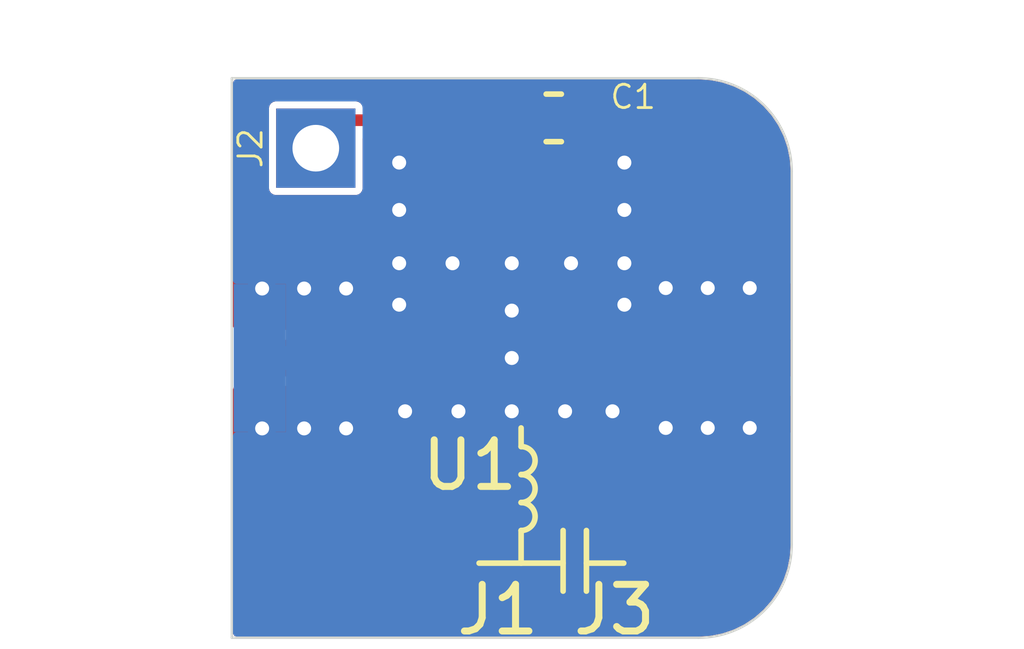
<source format=kicad_pcb>
(kicad_pcb (version 20221018) (generator pcbnew)
  (layers (0 "F.Cu" signal) (31 "B.Cu" signal) (34 "B.Paste" user) (35 "F.Paste" user) (36 "B.SilkS" user "B.Silkscreen") (37 "F.SilkS" user "F.Silkscreen") (38 "B.Mask" user) (39 "F.Mask" user) (44 "Edge.Cuts" user))
  (net 0 "")
  (net 1 "Net-(J1-Pad1)")
  (net 2 "Net-(J3-Pad1)")
  (net 3 "Net-(C1-Pad1)")
  (net 4 "Net-(C1-Pad2)")
  (footprint "my_rf:44mil_microstrip" (layer "F.Cu") (at -5.4 0)
    (fp_text reference "J1" (at 5.1 5.4) (layer "F.SilkS"))
    (fp_text value "Conn_Coaxial")
    (pad "1" smd rect (at -0.1524 0) (size 0.7874 0.7874) (layers "F.Cu" "F.Mask") (net 1 "Net-(J1-Pad1)"))
    (pad "2" smd rect (at 0 0) (size 1.1176 3.175) (layers "B.Cu" "B.Mask") (net 4 "Net-(C1-Pad2)"))
  )
  (footprint "my_rf:cpw_31_trace_16p5_gap" (layer "F.Cu") (at 5.6 0)
    (fp_text reference "J3" (at -3.4 5.4) (layer "F.SilkS"))
    (fp_text value "Conn_Coaxial")
    (pad "1" smd rect (at 0 0) (size 0.7874 0.7874) (layers "F.Cu" "F.Mask") (net 2 "Net-(J3-Pad1)"))
    (pad "2" smd rect (at 0 -1.2065) (size 0.7874 0.7874) (layers "F.Cu") (net 4 "Net-(C1-Pad2)"))
    (pad "2" smd rect (at 0 1.2065) (size 0.7874 0.7874) (layers "F.Cu") (net 4 "Net-(C1-Pad2)"))
  )
  (footprint "my_rf:mini_circuits_gu1414" (layer "F.Cu") (at 0 -2.032)
    (fp_text reference "U1" (at -0.9 4.332) (layer "F.SilkS"))
    (fp_text value "bias_T")
    (pad "" smd rect (at -1.27 -1.6129) (size 0.7874 1.6764) (layers "F.Cu" "F.Paste"))
    (pad "1" smd custom (at -1.27 1.6129) (size 0.7874 1.6764) (layers "F.Cu") (net 1 "Net-(J1-Pad1)") (options (clearance outline) (anchor rect)) (primitives (gr_poly (pts (xy -0.3937 0.4572) (xy -1.0287 0.4572) (xy -1.0287 0.0508) (xy -0.3937 0.0508)) (width 0) (fill yes)) (gr_poly (pts (xy -1.0287 0.8128) (xy -1.524 0.8128) (xy -1.524 0.0508) (xy -1.0287 0.0508)) (width 0) (fill yes))))
    (pad "2" smd custom (at 1.27 1.6002) (size 0.7874 1.6764) (layers "F.Cu") (net 2 "Net-(J3-Pad1)") (options (clearance outline) (anchor rect)) (primitives (gr_poly (pts (xy 1.0287 0.4572) (xy 0.3937 0.4572) (xy 0.3937 0.0508) (xy 1.0287 0.0508)) (width 0) (fill yes)) (gr_poly (pts (xy 1.524 0.8128) (xy 1.0287 0.8128) (xy 1.0287 0.0508) (xy 1.524 0.0508)) (width 0) (fill yes))))
    (pad "3" smd rect (at 0.635 -1.6129) (size 2.0574 1.6764) (layers "F.Cu") (net 3 "Net-(C1-Pad1)"))
    (pad "4" thru_hole circle (at -2.413 -2.159) (size 0.6 0.6) (drill 0.3) (layers "*.Cu") (net 4 "Net-(C1-Pad2)"))
    (pad "4" thru_hole circle (at -2.413 -1.143) (size 0.6 0.6) (drill 0.3) (layers "*.Cu") (net 4 "Net-(C1-Pad2)"))
    (pad "4" thru_hole circle (at -2.413 0) (size 0.6 0.6) (drill 0.3) (layers "*.Cu") (net 4 "Net-(C1-Pad2)"))
    (pad "4" thru_hole circle (at -2.413 0.889) (size 0.6 0.6) (drill 0.3) (layers "*.Cu") (net 4 "Net-(C1-Pad2)"))
    (pad "4" thru_hole circle (at -2.286 3.175) (size 0.6 0.6) (drill 0.3) (layers "*.Cu") (net 4 "Net-(C1-Pad2)"))
    (pad "4" thru_hole circle (at -1.27 0) (size 0.6 0.6) (drill 0.3) (layers "*.Cu") (net 4 "Net-(C1-Pad2)"))
    (pad "4" thru_hole circle (at -1.143 3.175) (size 0.6 0.6) (drill 0.3) (layers "*.Cu") (net 4 "Net-(C1-Pad2)"))
    (pad "4" thru_hole circle (at 0 0) (size 0.6 0.6) (drill 0.3) (layers "*.Cu") (net 4 "Net-(C1-Pad2)"))
    (pad "4" smd custom (at 0 0) (size 4.0386 0.6858) (layers "F.Cu") (net 4 "Net-(C1-Pad2)") (options (clearance outline) (anchor rect)) (primitives (gr_poly (pts (xy 0.3429 3.175) (xy -0.3429 3.175) (xy -0.3429 0) (xy 0.3429 0)) (width 0) (fill yes)) (gr_poly (pts (xy 2.7051 1.2319) (xy 2.0193 1.2319) (xy 2.0193 -2.4511) (xy 2.7051 -2.4511)) (width 0) (fill yes)) (gr_poly (pts (xy 2.6289 2.8575) (xy 2.6289 3.5433) (xy -2.7051 3.5433) (xy -2.7051 2.8575)) (width 0) (fill yes)) (gr_poly (pts (xy -2.0193 1.2446) (xy -2.7051 1.2446) (xy -2.7051 -2.4511) (xy -2.0193 -2.4511)) (width 0) (fill yes))))
    (pad "4" thru_hole circle (at 0 1.016) (size 0.6 0.6) (drill 0.3) (layers "*.Cu") (net 4 "Net-(C1-Pad2)"))
    (pad "4" thru_hole circle (at 0 2.032) (size 0.6 0.6) (drill 0.3) (layers "*.Cu") (net 4 "Net-(C1-Pad2)"))
    (pad "4" thru_hole circle (at 0 3.175) (size 0.6 0.6) (drill 0.3) (layers "*.Cu") (net 4 "Net-(C1-Pad2)"))
    (pad "4" thru_hole circle (at 1.143 3.175) (size 0.6 0.6) (drill 0.3) (layers "*.Cu") (net 4 "Net-(C1-Pad2)"))
    (pad "4" thru_hole circle (at 1.27 0) (size 0.6 0.6) (drill 0.3) (layers "*.Cu") (net 4 "Net-(C1-Pad2)"))
    (pad "4" thru_hole circle (at 2.159 3.175) (size 0.6 0.6) (drill 0.3) (layers "*.Cu") (net 4 "Net-(C1-Pad2)"))
    (pad "4" thru_hole circle (at 2.413 -2.159) (size 0.6 0.6) (drill 0.3) (layers "*.Cu") (net 4 "Net-(C1-Pad2)"))
    (pad "4" thru_hole circle (at 2.413 -1.143) (size 0.6 0.6) (drill 0.3) (layers "*.Cu") (net 4 "Net-(C1-Pad2)"))
    (pad "4" thru_hole circle (at 2.413 0) (size 0.6 0.6) (drill 0.3) (layers "*.Cu") (net 4 "Net-(C1-Pad2)"))
    (pad "4" thru_hole circle (at 2.413 0.889) (size 0.6 0.6) (drill 0.3) (layers "*.Cu") (net 4 "Net-(C1-Pad2)"))
  )
  (footprint "Capacitor_SMD:C_0603_1608Metric" (layer "F.Cu") (at 0.9 -5.15)
    (fp_text reference "C1" (at 1.7 -0.45) (layer "F.SilkS") (effects (font (size 0.5 0.5) (thickness 0.06))))
    (fp_text value "CAP")
    (fp_line (start -0.162779 -0.51) (end 0.162779 -0.51) (stroke (width 0.12)) (layer "F.SilkS"))
    (fp_line (start -0.162779 0.51) (end 0.162779 0.51) (stroke (width 0.12)) (layer "F.SilkS"))
    (pad "1" smd roundrect (at -0.7875 0) (size 0.875 0.95) (layers "F.Cu" "F.Paste" "F.Mask") (net 3 "Net-(C1-Pad1)"))
    (pad "2" smd roundrect (at 0.7875 0) (size 0.875 0.95) (layers "F.Cu" "F.Paste" "F.Mask") (net 4 "Net-(C1-Pad2)"))
  )
  (footprint "Connector_PinHeader_2.54mm:PinHeader_1x01_P2.54mm_Vertical" (layer "B.Cu") (at -4.2 -4.5)
    (fp_text reference "J2" (at -1.4 0 270) (layer "F.SilkS") (effects (font (size 0.5 0.5) (thickness 0.06))))
    (fp_text value "Conn_01x01_Male")
    (pad "1" thru_hole rect (at 0 0) (size 1.7 1.7) (drill 1) (layers "*.Cu" "*.Mask") (net 3 "Net-(C1-Pad1)") (clearance 0.1524))
  )
  (gr_line (start 0.2 1.9) (end 0.2 1.5) (stroke (width 0.12)) (layer "F.SilkS"))
  (gr_line (start 1.6 5) (end 1.6 3.7) (stroke (width 0.12)) (layer "F.SilkS"))
  (gr_line (start 1.6 4.4) (end 2.4 4.4) (stroke (width 0.12)) (layer "F.SilkS"))
  (gr_arc (start 0.2 2.5) (mid 0.5 2.8) (end 0.2 3.1) (stroke (width 0.12)) (layer "F.SilkS"))
  (gr_line (start 1.1 3.7) (end 1.1 5) (stroke (width 0.12)) (layer "F.SilkS"))
  (gr_arc (start 0.2 1.9) (mid 0.5 2.2) (end 0.2 2.5) (stroke (width 0.12)) (layer "F.SilkS"))
  (gr_line (start 0.2 4.4) (end 0.2 3.7) (stroke (width 0.12)) (layer "F.SilkS"))
  (gr_line (start -0.7 4.4) (end 1.1 4.4) (stroke (width 0.12)) (layer "F.SilkS"))
  (gr_arc (start 0.2 3.1) (mid 0.5 3.4) (end 0.2 3.7) (stroke (width 0.12)) (layer "F.SilkS"))
  (gr_line (start -6 6) (end -6 -6) (stroke (width 0.05)) (layer "Edge.Cuts"))
  (gr_line (start 4 6) (end -6 6) (stroke (width 0.05)) (layer "Edge.Cuts"))
  (gr_line (start -6 -6) (end 4 -6) (stroke (width 0.05)) (layer "Edge.Cuts"))
  (gr_arc (start 6 4) (mid 5.414214 5.414214) (end 4 6) (stroke (width 0.05)) (layer "Edge.Cuts"))
  (gr_arc (start 4 -6) (mid 5.414214 -5.414214) (end 6 -4) (stroke (width 0.05)) (layer "Edge.Cuts"))
  (gr_line (start 6 -4) (end 6 4) (stroke (width 0.05)) (layer "Edge.Cuts"))
  (segment (start -1.27 -3.6449) (end -1.27 -3.73) (width 0.7874) (layer "F.Cu") (net 0))
  (segment (start -1.27 -0.4191) (end -1.3309 -0.4191) (width 0.25) (layer "F.Cu") (net 1))
  (segment (start -5.35 -0.15) (end -5.35 -0.05) (width 0.25) (layer "F.Cu") (net 1))
  (segment (start -5.35 -0.05) (end -5.4 0) (width 0.25) (layer "F.Cu") (net 1))
  (segment (start -1.3309 -0.4191) (end -1.6 -0.15) (width 0.25) (layer "F.Cu") (net 1))
  (segment (start -2.6924 0.01) (end -5.35 0) (width 0.7874) (layer "F.Cu") (net 1))
  (segment (start 1.5 -0.25) (end 2.5 -0.25) (width 0.25) (layer "F.Cu") (net 2))
  (segment (start 2.75 0) (end 5.25 0) (width 0.7874) (layer "F.Cu") (net 2))
  (segment (start 1.27 -0.4318) (end 1.3182 -0.4318) (width 0.25) (layer "F.Cu") (net 2))
  (segment (start 1.3182 -0.4318) (end 1.5 -0.25) (width 0.25) (layer "F.Cu") (net 2))
  (segment (start 2.5 -0.25) (end 2.75 0) (width 0.25) (layer "F.Cu") (net 2))
  (segment (start 0.635 -3.6449) (end 0.1449 -3.6449) (width 0.25) (layer "F.Cu") (net 3))
  (segment (start 0.1 -5.1) (end -3.7 -5.1) (width 0.25) (layer "F.Cu") (net 3))
  (segment (start 0.1449 -3.6449) (end 0.1 -3.6898) (width 0.25) (layer "F.Cu") (net 3))
  (segment (start 0.1 -4.006122) (end 0.1 -5.1) (width 0.25) (layer "F.Cu") (net 3))
  (segment (start 0.1 -3.6898) (end 0.1 -4.006122) (width 0.25) (layer "F.Cu") (net 3))
  (segment (start -3.6 -5.1) (end -4.2 -4.5) (width 0.25) (layer "F.Cu") (net 3))
  (segment (start -2.4 -1.9) (end -2.4 -0.9) (width 0.25) (layer "F.Cu") (net 4))
  (segment (start -2.7 -0.9) (end -2.4 -0.9) (width 0.25) (layer "F.Cu") (net 4))
  (segment (start -2.268 -2.032) (end -2.4 -1.9) (width 0.25) (layer "F.Cu") (net 4))
  (segment (start 0 1) (end -0.05 0.95) (width 0.25) (layer "F.Cu") (net 4))
  (segment (start -0.05 0.95) (end -0.38 0.95) (width 0.25) (layer "F.Cu") (net 4))
  (segment (start 0 -2.032) (end 0 1) (width 0.25) (layer "F.Cu") (net 4))
  (segment (start 0 -2.032) (end -2.268 -2.032) (width 0.25) (layer "F.Cu") (net 4))
  (segment (start -2.67 0.95) (end -0.38 0.95) (width 0.25) (layer "F.Cu") (net 4))
  (via (at 5.1 -1.5) (size 0.6) (drill 0.3) (layers "F.Cu" "B.Cu") (net 4))
  (via (at 5.1 1.5) (size 0.6) (drill 0.3) (layers "F.Cu" "B.Cu") (net 4))
  (via (at 3.3 -1.5) (size 0.6) (drill 0.3) (layers "F.Cu" "B.Cu") (net 4))
  (via (at -4.45 -1.49) (size 0.6) (drill 0.3) (layers "F.Cu" "B.Cu") (net 4))
  (via (at -5.35 -1.49) (size 0.6) (drill 0.3) (layers "F.Cu" "B.Cu") (net 4))
  (via (at -3.55 1.51) (size 0.6) (drill 0.3) (layers "F.Cu" "B.Cu") (net 4))
  (via (at 4.2 -1.5) (size 0.6) (drill 0.3) (layers "F.Cu" "B.Cu") (net 4))
  (via (at 3.3 1.5) (size 0.6) (drill 0.3) (layers "F.Cu" "B.Cu") (net 4))
  (via (at -4.45 1.51) (size 0.6) (drill 0.3) (layers "F.Cu" "B.Cu") (net 4))
  (via (at 4.2 1.5) (size 0.6) (drill 0.3) (layers "F.Cu" "B.Cu") (net 4))
  (via (at -3.55 -1.49) (size 0.6) (drill 0.3) (layers "F.Cu" "B.Cu") (net 4))
  (via (at -5.35 1.51) (size 0.6) (drill 0.3) (layers "F.Cu" "B.Cu") (net 4))
  (zone (net 4) (net_name "Net-(C1-Pad2)") (layer "F.Cu") (connect_pads yes (clearance 0)) (min_thickness 0.1524) (fill yes (thermal_gap 0) (thermal_bridge_width 0.254))
    (polygon (pts (xy 6 6) (xy -5.9944 5.9944) (xy -5.99 0.55) (xy -2.81 0.57) (xy 5.9902 0.5404) (xy 6 1)))
  )
  (zone (net 4) (net_name "Net-(C1-Pad2)") (layer "F.Cu") (connect_pads yes (clearance 0)) (min_thickness 0.1524) (fill yes (thermal_gap 0) (thermal_bridge_width 0.254))
    (polygon (pts (xy 6 -0.6) (xy -3 -0.6) (xy -5.9944 -0.6096) (xy -6 -3) (xy -6 -6) (xy 6 -6)))
  )
  (zone (net 0) (net_name "") (layer "F.Cu") (connect_pads yes (clearance 0)) (min_thickness 0.1524)
    (keepout (tracks allowed) (vias allowed) (pads allowed) (copperpour not_allowed) (footprints allowed))
    (fill (thermal_gap 0) (thermal_bridge_width 0.254))
    (polygon (pts (xy 2.3 0.6) (xy 1.7 0.6) (xy 1.7 0) (xy 2.3 0)))
  )
  (zone (net 4) (net_name "Net-(C1-Pad2)") (layer "B.Cu") (connect_pads (clearance 0)) (min_thickness 0.1524) (fill yes (thermal_gap 0) (thermal_bridge_width 0.508))
    (polygon (pts (xy 6 6) (xy -6 6) (xy -6 -6) (xy 6 -6)))
  )
)
</source>
